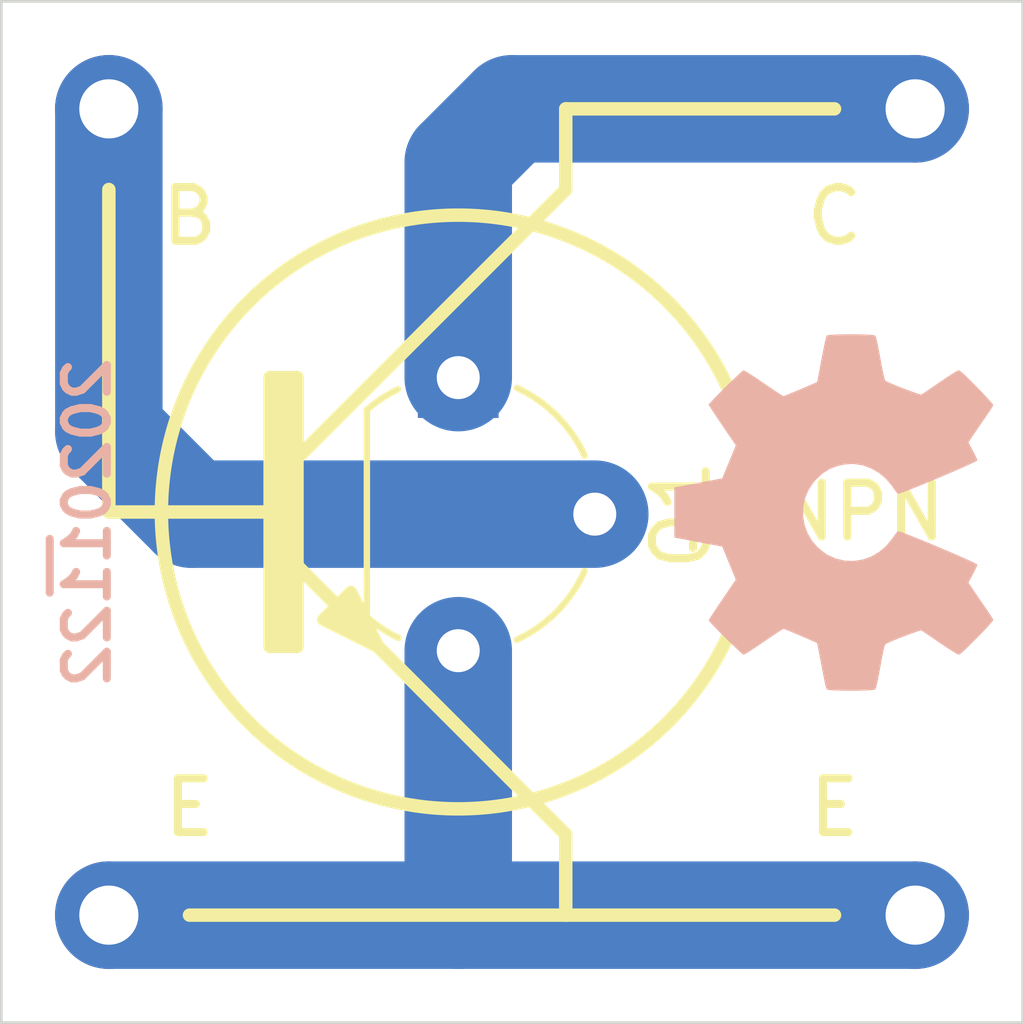
<source format=kicad_pcb>
(kicad_pcb (version 20171130) (host pcbnew 5.1.8-db9833491~87~ubuntu20.04.1)

  (general
    (thickness 1.6)
    (drawings 24)
    (tracks 9)
    (zones 0)
    (modules 7)
    (nets 4)
  )

  (page A4)
  (layers
    (0 F.Cu signal)
    (31 B.Cu signal)
    (32 B.Adhes user)
    (33 F.Adhes user)
    (34 B.Paste user)
    (35 F.Paste user)
    (36 B.SilkS user)
    (37 F.SilkS user)
    (38 B.Mask user)
    (39 F.Mask user)
    (40 Dwgs.User user)
    (41 Cmts.User user)
    (42 Eco1.User user)
    (43 Eco2.User user)
    (44 Edge.Cuts user)
    (45 Margin user)
    (46 B.CrtYd user)
    (47 F.CrtYd user)
    (48 B.Fab user)
    (49 F.Fab user)
  )

  (setup
    (last_trace_width 0.25)
    (user_trace_width 0.2)
    (user_trace_width 0.3)
    (user_trace_width 0.4)
    (user_trace_width 0.6)
    (user_trace_width 0.8)
    (user_trace_width 1)
    (user_trace_width 1.2)
    (user_trace_width 1.4)
    (user_trace_width 1.6)
    (user_trace_width 2)
    (trace_clearance 0.2)
    (zone_clearance 0.508)
    (zone_45_only no)
    (trace_min 0.1524)
    (via_size 0.8)
    (via_drill 0.4)
    (via_min_size 0.381)
    (via_min_drill 0.254)
    (user_via 0.4 0.254)
    (user_via 0.5 0.3)
    (user_via 0.6 0.4)
    (user_via 0.8 0.6)
    (user_via 1.1 0.8)
    (user_via 1.3 1)
    (user_via 1.5 1.2)
    (user_via 1.7 1.4)
    (user_via 1.9 1.6)
    (user_via 2.5 2)
    (uvia_size 0.3)
    (uvia_drill 0.1)
    (uvias_allowed no)
    (uvia_min_size 0.2)
    (uvia_min_drill 0.1)
    (edge_width 0.05)
    (segment_width 0.2)
    (pcb_text_width 0.3)
    (pcb_text_size 1.5 1.5)
    (mod_edge_width 0.25)
    (mod_text_size 0.8 0.8)
    (mod_text_width 0.12)
    (pad_size 1.524 1.524)
    (pad_drill 0.762)
    (pad_to_mask_clearance 0.0762)
    (solder_mask_min_width 0.1016)
    (pad_to_paste_clearance_ratio -0.1)
    (aux_axis_origin 0 0)
    (visible_elements FFFFFF7F)
    (pcbplotparams
      (layerselection 0x010fc_ffffffff)
      (usegerberextensions false)
      (usegerberattributes true)
      (usegerberadvancedattributes true)
      (creategerberjobfile true)
      (excludeedgelayer true)
      (linewidth 0.100000)
      (plotframeref false)
      (viasonmask false)
      (mode 1)
      (useauxorigin false)
      (hpglpennumber 1)
      (hpglpenspeed 20)
      (hpglpendiameter 15.000000)
      (psnegative false)
      (psa4output false)
      (plotreference true)
      (plotvalue true)
      (plotinvisibletext false)
      (padsonsilk false)
      (subtractmaskfromsilk false)
      (outputformat 1)
      (mirror false)
      (drillshape 1)
      (scaleselection 1)
      (outputdirectory ""))
  )

  (net 0 "")
  (net 1 "Net-(J1-Pad1)")
  (net 2 "Net-(J2-Pad1)")
  (net 3 "Net-(J3-Pad1)")

  (net_class Default "This is the default net class."
    (clearance 0.2)
    (trace_width 0.25)
    (via_dia 0.8)
    (via_drill 0.4)
    (uvia_dia 0.3)
    (uvia_drill 0.1)
    (add_net "Net-(J1-Pad1)")
    (add_net "Net-(J2-Pad1)")
    (add_net "Net-(J3-Pad1)")
  )

  (module Package_TO_SOT_THT:TO-92L_Wide (layer F.Cu) (tedit 5A152D5B) (tstamp 5FBA75B2)
    (at 148.5 68 270)
    (descr "TO-92L leads in-line (large body variant of TO-92), also known as TO-226, wide, drill 0.75mm (see https://www.diodes.com/assets/Package-Files/TO92L.pdf and http://www.ti.com/lit/an/snoa059/snoa059.pdf)")
    (tags "TO-92L Molded Wide transistor")
    (path /5FBA760F)
    (fp_text reference Q1 (at 2.55 -4.15 90) (layer F.SilkS)
      (effects (font (size 1 1) (thickness 0.15)))
    )
    (fp_text value Q_NMOS_DGS (at 2.54 2.79 90) (layer F.Fab)
      (effects (font (size 1 1) (thickness 0.15)))
    )
    (fp_arc (start 2.54 0) (end 4.45 1.7) (angle -15.88591585) (layer F.SilkS) (width 0.12))
    (fp_arc (start 2.54 0) (end 2.54 -2.48) (angle -130.2499344) (layer F.Fab) (width 0.1))
    (fp_arc (start 2.54 0) (end 2.54 -2.48) (angle 129.9527847) (layer F.Fab) (width 0.1))
    (fp_arc (start 2.54 0) (end 3.6 -2.35) (angle 40.72153779) (layer F.SilkS) (width 0.12))
    (fp_arc (start 2.54 0) (end 1.45 -2.35) (angle -40.11670855) (layer F.SilkS) (width 0.12))
    (fp_arc (start 2.54 0) (end 0.6 1.7) (angle 15.44288892) (layer F.SilkS) (width 0.12))
    (fp_text user %R (at 2.54 0 90) (layer F.Fab)
      (effects (font (size 1 1) (thickness 0.15)))
    )
    (fp_line (start -1 -3.55) (end -1 1.85) (layer B.CrtYd) (width 0.05))
    (fp_line (start 6.1 -3.55) (end -1 -3.55) (layer B.CrtYd) (width 0.05))
    (fp_line (start 6.1 1.85) (end 6.1 -3.55) (layer B.CrtYd) (width 0.05))
    (fp_line (start -1 1.85) (end 6.1 1.85) (layer B.CrtYd) (width 0.05))
    (fp_line (start 0.6 1.7) (end 4.45 1.7) (layer F.SilkS) (width 0.12))
    (fp_line (start 0.65 1.6) (end 4.4 1.6) (layer F.Fab) (width 0.1))
    (pad 1 thru_hole rect (at 0 0 270) (size 1.5 1.5) (drill 0.8) (layers *.Cu *.Mask)
      (net 3 "Net-(J3-Pad1)"))
    (pad 3 thru_hole circle (at 5.08 0 270) (size 1.5 1.5) (drill 0.8) (layers *.Cu *.Mask)
      (net 2 "Net-(J2-Pad1)"))
    (pad 2 thru_hole circle (at 2.54 -2.54 270) (size 1.5 1.5) (drill 0.8) (layers *.Cu *.Mask)
      (net 1 "Net-(J1-Pad1)"))
    (model ${KISYS3DMOD}/Package_TO_SOT_THT.3dshapes/TO-92L_Wide.wrl
      (at (xyz 0 0 0))
      (scale (xyz 1 1 1))
      (rotate (xyz 0 0 0))
    )
  )

  (module mill-max:PC_pin_nail_head_6092 locked (layer F.Cu) (tedit 5FB583BD) (tstamp 5FB5E4C9)
    (at 157 78)
    (path /5FB5975F)
    (fp_text reference J4 (at -3 0) (layer F.Fab)
      (effects (font (size 1 1) (thickness 0.15)))
    )
    (fp_text value E (at -1.5 -2) (layer F.SilkS)
      (effects (font (size 1 1) (thickness 0.15)))
    )
    (fp_circle (center 0 0) (end 1.3 0) (layer F.CrtYd) (width 0.025))
    (fp_circle (center 0 0) (end 1.3 0) (layer B.CrtYd) (width 0.025))
    (pad 1 thru_hole circle (at 0 0) (size 2 2) (drill 1.1) (layers *.Cu *.Mask)
      (net 2 "Net-(J2-Pad1)"))
  )

  (module mill-max:PC_pin_nail_head_6092 locked (layer F.Cu) (tedit 5FB583BD) (tstamp 5FB5E4C2)
    (at 157 63)
    (path /5FB592C5)
    (fp_text reference J3 (at -3 0) (layer F.Fab)
      (effects (font (size 1 1) (thickness 0.15)))
    )
    (fp_text value C (at -1.5 2) (layer F.SilkS)
      (effects (font (size 1 1) (thickness 0.15)))
    )
    (fp_circle (center 0 0) (end 1.3 0) (layer F.CrtYd) (width 0.025))
    (fp_circle (center 0 0) (end 1.3 0) (layer B.CrtYd) (width 0.025))
    (pad 1 thru_hole circle (at 0 0) (size 2 2) (drill 1.1) (layers *.Cu *.Mask)
      (net 3 "Net-(J3-Pad1)"))
  )

  (module mill-max:PC_pin_nail_head_6092 locked (layer F.Cu) (tedit 5FB583BD) (tstamp 5FB5E4BB)
    (at 142 78)
    (path /5FB58352)
    (fp_text reference J2 (at 3 0) (layer F.Fab)
      (effects (font (size 1 1) (thickness 0.15)))
    )
    (fp_text value E (at 1.5 -2) (layer F.SilkS)
      (effects (font (size 1 1) (thickness 0.15)))
    )
    (fp_circle (center 0 0) (end 1.3 0) (layer F.CrtYd) (width 0.025))
    (fp_circle (center 0 0) (end 1.3 0) (layer B.CrtYd) (width 0.025))
    (pad 1 thru_hole circle (at 0 0) (size 2 2) (drill 1.1) (layers *.Cu *.Mask)
      (net 2 "Net-(J2-Pad1)"))
  )

  (module mill-max:PC_pin_nail_head_6092 locked (layer F.Cu) (tedit 5FB583BD) (tstamp 5FB5E4B4)
    (at 142 63)
    (path /5FB58B49)
    (fp_text reference J1 (at 3 0) (layer F.Fab)
      (effects (font (size 1 1) (thickness 0.15)))
    )
    (fp_text value B (at 1.5 2) (layer F.SilkS)
      (effects (font (size 1 1) (thickness 0.15)))
    )
    (fp_circle (center 0 0) (end 1.3 0) (layer F.CrtYd) (width 0.025))
    (fp_circle (center 0 0) (end 1.3 0) (layer B.CrtYd) (width 0.025))
    (pad 1 thru_hole circle (at 0 0) (size 2 2) (drill 1.1) (layers *.Cu *.Mask)
      (net 1 "Net-(J1-Pad1)"))
  )

  (module Symbol:OSHW-Symbol_6.7x6mm_SilkScreen (layer B.Cu) (tedit 0) (tstamp 5EE12086)
    (at 155.5 70.5 270)
    (descr "Open Source Hardware Symbol")
    (tags "Logo Symbol OSHW")
    (path /5EE13678)
    (attr virtual)
    (fp_text reference N2 (at 0 0 90) (layer B.SilkS) hide
      (effects (font (size 1 1) (thickness 0.15)) (justify mirror))
    )
    (fp_text value OHWLOGO (at 0.75 0 90) (layer B.Fab) hide
      (effects (font (size 1 1) (thickness 0.15)) (justify mirror))
    )
    (fp_poly (pts (xy 0.555814 2.531069) (xy 0.639635 2.086445) (xy 0.94892 1.958947) (xy 1.258206 1.831449)
      (xy 1.629246 2.083754) (xy 1.733157 2.154004) (xy 1.827087 2.216728) (xy 1.906652 2.269062)
      (xy 1.96747 2.308143) (xy 2.005157 2.331107) (xy 2.015421 2.336058) (xy 2.03391 2.323324)
      (xy 2.07342 2.288118) (xy 2.129522 2.234938) (xy 2.197787 2.168282) (xy 2.273786 2.092646)
      (xy 2.353092 2.012528) (xy 2.431275 1.932426) (xy 2.503907 1.856836) (xy 2.566559 1.790255)
      (xy 2.614803 1.737182) (xy 2.64421 1.702113) (xy 2.651241 1.690377) (xy 2.641123 1.66874)
      (xy 2.612759 1.621338) (xy 2.569129 1.552807) (xy 2.513218 1.467785) (xy 2.448006 1.370907)
      (xy 2.410219 1.31565) (xy 2.341343 1.214752) (xy 2.28014 1.123701) (xy 2.229578 1.04703)
      (xy 2.192628 0.989272) (xy 2.172258 0.954957) (xy 2.169197 0.947746) (xy 2.176136 0.927252)
      (xy 2.195051 0.879487) (xy 2.223087 0.811168) (xy 2.257391 0.729011) (xy 2.295109 0.63973)
      (xy 2.333387 0.550042) (xy 2.36937 0.466662) (xy 2.400206 0.396306) (xy 2.423039 0.34569)
      (xy 2.435017 0.321529) (xy 2.435724 0.320578) (xy 2.454531 0.315964) (xy 2.504618 0.305672)
      (xy 2.580793 0.290713) (xy 2.677865 0.272099) (xy 2.790643 0.250841) (xy 2.856442 0.238582)
      (xy 2.97695 0.215638) (xy 3.085797 0.193805) (xy 3.177476 0.174278) (xy 3.246481 0.158252)
      (xy 3.287304 0.146921) (xy 3.295511 0.143326) (xy 3.303548 0.118994) (xy 3.310033 0.064041)
      (xy 3.31497 -0.015108) (xy 3.318364 -0.112026) (xy 3.320218 -0.220287) (xy 3.320538 -0.333465)
      (xy 3.319327 -0.445135) (xy 3.31659 -0.548868) (xy 3.312331 -0.638241) (xy 3.306555 -0.706826)
      (xy 3.299267 -0.748197) (xy 3.294895 -0.75681) (xy 3.268764 -0.767133) (xy 3.213393 -0.781892)
      (xy 3.136107 -0.799352) (xy 3.04423 -0.81778) (xy 3.012158 -0.823741) (xy 2.857524 -0.852066)
      (xy 2.735375 -0.874876) (xy 2.641673 -0.89308) (xy 2.572384 -0.907583) (xy 2.523471 -0.919292)
      (xy 2.490897 -0.929115) (xy 2.470628 -0.937956) (xy 2.458626 -0.946724) (xy 2.456947 -0.948457)
      (xy 2.440184 -0.976371) (xy 2.414614 -1.030695) (xy 2.382788 -1.104777) (xy 2.34726 -1.191965)
      (xy 2.310583 -1.285608) (xy 2.275311 -1.379052) (xy 2.243996 -1.465647) (xy 2.219193 -1.53874)
      (xy 2.203454 -1.591678) (xy 2.199332 -1.617811) (xy 2.199676 -1.618726) (xy 2.213641 -1.640086)
      (xy 2.245322 -1.687084) (xy 2.291391 -1.754827) (xy 2.348518 -1.838423) (xy 2.413373 -1.932982)
      (xy 2.431843 -1.959854) (xy 2.497699 -2.057275) (xy 2.55565 -2.146163) (xy 2.602538 -2.221412)
      (xy 2.635207 -2.27792) (xy 2.6505 -2.310581) (xy 2.651241 -2.314593) (xy 2.638392 -2.335684)
      (xy 2.602888 -2.377464) (xy 2.549293 -2.435445) (xy 2.482171 -2.505135) (xy 2.406087 -2.582045)
      (xy 2.325604 -2.661683) (xy 2.245287 -2.739561) (xy 2.169699 -2.811186) (xy 2.103405 -2.87207)
      (xy 2.050969 -2.917721) (xy 2.016955 -2.94365) (xy 2.007545 -2.947883) (xy 1.985643 -2.937912)
      (xy 1.9408 -2.91102) (xy 1.880321 -2.871736) (xy 1.833789 -2.840117) (xy 1.749475 -2.782098)
      (xy 1.649626 -2.713784) (xy 1.549473 -2.645579) (xy 1.495627 -2.609075) (xy 1.313371 -2.4858)
      (xy 1.160381 -2.56852) (xy 1.090682 -2.604759) (xy 1.031414 -2.632926) (xy 0.991311 -2.648991)
      (xy 0.981103 -2.651226) (xy 0.968829 -2.634722) (xy 0.944613 -2.588082) (xy 0.910263 -2.515609)
      (xy 0.867588 -2.421606) (xy 0.818394 -2.310374) (xy 0.76449 -2.186215) (xy 0.707684 -2.053432)
      (xy 0.649782 -1.916327) (xy 0.592593 -1.779202) (xy 0.537924 -1.646358) (xy 0.487584 -1.522098)
      (xy 0.44338 -1.410725) (xy 0.407119 -1.316539) (xy 0.380609 -1.243844) (xy 0.365658 -1.196941)
      (xy 0.363254 -1.180833) (xy 0.382311 -1.160286) (xy 0.424036 -1.126933) (xy 0.479706 -1.087702)
      (xy 0.484378 -1.084599) (xy 0.628264 -0.969423) (xy 0.744283 -0.835053) (xy 0.83143 -0.685784)
      (xy 0.888699 -0.525913) (xy 0.915086 -0.359737) (xy 0.909585 -0.191552) (xy 0.87119 -0.025655)
      (xy 0.798895 0.133658) (xy 0.777626 0.168513) (xy 0.666996 0.309263) (xy 0.536302 0.422286)
      (xy 0.390064 0.506997) (xy 0.232808 0.562806) (xy 0.069057 0.589126) (xy -0.096667 0.58537)
      (xy -0.259838 0.55095) (xy -0.415935 0.485277) (xy -0.560433 0.387765) (xy -0.605131 0.348187)
      (xy -0.718888 0.224297) (xy -0.801782 0.093876) (xy -0.858644 -0.052315) (xy -0.890313 -0.197088)
      (xy -0.898131 -0.35986) (xy -0.872062 -0.52344) (xy -0.814755 -0.682298) (xy -0.728856 -0.830906)
      (xy -0.617014 -0.963735) (xy -0.481877 -1.075256) (xy -0.464117 -1.087011) (xy -0.40785 -1.125508)
      (xy -0.365077 -1.158863) (xy -0.344628 -1.18016) (xy -0.344331 -1.180833) (xy -0.348721 -1.203871)
      (xy -0.366124 -1.256157) (xy -0.394732 -1.33339) (xy -0.432735 -1.431268) (xy -0.478326 -1.545491)
      (xy -0.529697 -1.671758) (xy -0.585038 -1.805767) (xy -0.642542 -1.943218) (xy -0.700399 -2.079808)
      (xy -0.756802 -2.211237) (xy -0.809942 -2.333205) (xy -0.85801 -2.441409) (xy -0.899199 -2.531549)
      (xy -0.931699 -2.599323) (xy -0.953703 -2.64043) (xy -0.962564 -2.651226) (xy -0.98964 -2.642819)
      (xy -1.040303 -2.620272) (xy -1.105817 -2.587613) (xy -1.141841 -2.56852) (xy -1.294832 -2.4858)
      (xy -1.477088 -2.609075) (xy -1.570125 -2.672228) (xy -1.671985 -2.741727) (xy -1.767438 -2.807165)
      (xy -1.81525 -2.840117) (xy -1.882495 -2.885273) (xy -1.939436 -2.921057) (xy -1.978646 -2.942938)
      (xy -1.991381 -2.947563) (xy -2.009917 -2.935085) (xy -2.050941 -2.900252) (xy -2.110475 -2.846678)
      (xy -2.184542 -2.777983) (xy -2.269165 -2.697781) (xy -2.322685 -2.646286) (xy -2.416319 -2.554286)
      (xy -2.497241 -2.471999) (xy -2.562177 -2.402945) (xy -2.607858 -2.350644) (xy -2.631011 -2.318616)
      (xy -2.633232 -2.312116) (xy -2.622924 -2.287394) (xy -2.594439 -2.237405) (xy -2.550937 -2.167212)
      (xy -2.495577 -2.081875) (xy -2.43152 -1.986456) (xy -2.413303 -1.959854) (xy -2.346927 -1.863167)
      (xy -2.287378 -1.776117) (xy -2.237984 -1.703595) (xy -2.202075 -1.650493) (xy -2.182981 -1.621703)
      (xy -2.181136 -1.618726) (xy -2.183895 -1.595782) (xy -2.198538 -1.545336) (xy -2.222513 -1.474041)
      (xy -2.253266 -1.388547) (xy -2.288244 -1.295507) (xy -2.324893 -1.201574) (xy -2.360661 -1.113399)
      (xy -2.392994 -1.037634) (xy -2.419338 -0.980931) (xy -2.437142 -0.949943) (xy -2.438407 -0.948457)
      (xy -2.449294 -0.939601) (xy -2.467682 -0.930843) (xy -2.497606 -0.921277) (xy -2.543103 -0.909996)
      (xy -2.608209 -0.896093) (xy -2.696961 -0.878663) (xy -2.813393 -0.856798) (xy -2.961542 -0.829591)
      (xy -2.993618 -0.823741) (xy -3.088686 -0.805374) (xy -3.171565 -0.787405) (xy -3.23493 -0.771569)
      (xy -3.271458 -0.7596) (xy -3.276356 -0.75681) (xy -3.284427 -0.732072) (xy -3.290987 -0.67679)
      (xy -3.296033 -0.597389) (xy -3.299559 -0.500296) (xy -3.301561 -0.391938) (xy -3.302036 -0.27874)
      (xy -3.300977 -0.167128) (xy -3.298382 -0.063529) (xy -3.294246 0.025632) (xy -3.288563 0.093928)
      (xy -3.281331 0.134934) (xy -3.276971 0.143326) (xy -3.252698 0.151792) (xy -3.197426 0.165565)
      (xy -3.116662 0.18345) (xy -3.015912 0.204252) (xy -2.900683 0.226777) (xy -2.837902 0.238582)
      (xy -2.718787 0.260849) (xy -2.612565 0.281021) (xy -2.524427 0.298085) (xy -2.459566 0.311031)
      (xy -2.423174 0.318845) (xy -2.417184 0.320578) (xy -2.407061 0.34011) (xy -2.385662 0.387157)
      (xy -2.355839 0.454997) (xy -2.320445 0.536909) (xy -2.282332 0.626172) (xy -2.244353 0.716065)
      (xy -2.20936 0.799865) (xy -2.180206 0.870853) (xy -2.159743 0.922306) (xy -2.150823 0.947503)
      (xy -2.150657 0.948604) (xy -2.160769 0.968481) (xy -2.189117 1.014223) (xy -2.232723 1.081283)
      (xy -2.288606 1.165116) (xy -2.353787 1.261174) (xy -2.391679 1.31635) (xy -2.460725 1.417519)
      (xy -2.52205 1.50937) (xy -2.572663 1.587256) (xy -2.609571 1.646531) (xy -2.629782 1.682549)
      (xy -2.632701 1.690623) (xy -2.620153 1.709416) (xy -2.585463 1.749543) (xy -2.533063 1.806507)
      (xy -2.467384 1.875815) (xy -2.392856 1.952969) (xy -2.313913 2.033475) (xy -2.234983 2.112837)
      (xy -2.1605 2.18656) (xy -2.094894 2.250148) (xy -2.042596 2.299106) (xy -2.008039 2.328939)
      (xy -1.996478 2.336058) (xy -1.977654 2.326047) (xy -1.932631 2.297922) (xy -1.865787 2.254546)
      (xy -1.781499 2.198782) (xy -1.684144 2.133494) (xy -1.610707 2.083754) (xy -1.239667 1.831449)
      (xy -0.621095 2.086445) (xy -0.537275 2.531069) (xy -0.453454 2.975693) (xy 0.471994 2.975693)
      (xy 0.555814 2.531069)) (layer B.SilkS) (width 0.01))
  )

  (module SquantorLabels:Label_Generic (layer B.Cu) (tedit 5D8A7D4C) (tstamp 5EE12051)
    (at 141.5 71.5 90)
    (descr "Label for general purpose use")
    (tags Label)
    (path /5EE12BF3)
    (attr smd)
    (fp_text reference N1 (at 0 -1.85 90) (layer B.Fab) hide
      (effects (font (size 1 1) (thickness 0.15)) (justify mirror))
    )
    (fp_text value 20201122 (at 0.8 0.1 90) (layer B.SilkS)
      (effects (font (size 0.8 0.8) (thickness 0.15)) (justify mirror))
    )
    (fp_line (start -0.5 -0.6) (end 0.5 -0.6) (layer B.SilkS) (width 0.15))
  )

  (gr_poly (pts (xy 147 73) (xy 146 72.5) (xy 146.5 72)) (layer F.SilkS) (width 0.1))
  (gr_poly (pts (xy 145.5 73) (xy 145 73) (xy 145 68) (xy 145.5 68)) (layer F.SilkS) (width 0.1))
  (gr_line (start 146 72.5) (end 147 73) (layer F.SilkS) (width 0.25) (tstamp 5FB592BB))
  (gr_line (start 146.5 72) (end 146 72.5) (layer F.SilkS) (width 0.25))
  (gr_line (start 147 73) (end 146.5 72) (layer F.SilkS) (width 0.25))
  (gr_line (start 150.5 63) (end 155.5 63) (layer F.SilkS) (width 0.25))
  (gr_line (start 150.5 64.5) (end 150.5 63) (layer F.SilkS) (width 0.25))
  (gr_line (start 145 70) (end 150.5 64.5) (layer F.SilkS) (width 0.25))
  (gr_line (start 150.5 76.5) (end 145 71) (layer F.SilkS) (width 0.25))
  (gr_line (start 150.5 78) (end 150.5 76.5) (layer F.SilkS) (width 0.25))
  (gr_line (start 145 73) (end 145 70.5) (layer F.SilkS) (width 0.25) (tstamp 5FB592BA))
  (gr_line (start 145.5 73) (end 145 73) (layer F.SilkS) (width 0.25))
  (gr_line (start 145.5 68) (end 145.5 73) (layer F.SilkS) (width 0.25))
  (gr_line (start 145 68) (end 145.5 68) (layer F.SilkS) (width 0.25))
  (gr_line (start 145 70.5) (end 145 68) (layer F.SilkS) (width 0.25))
  (gr_line (start 142 70.5) (end 145 70.5) (layer F.SilkS) (width 0.25))
  (gr_line (start 142 64.5) (end 142 70.5) (layer F.SilkS) (width 0.25))
  (gr_text NPN (at 156 70.5) (layer F.SilkS)
    (effects (font (size 1 1) (thickness 0.15)))
  )
  (gr_circle (center 148.5 70.5) (end 154 71) (layer F.SilkS) (width 0.25))
  (gr_line (start 143.5 78) (end 155.5 78) (layer F.SilkS) (width 0.25))
  (gr_line (start 159 61) (end 140 61) (layer Edge.Cuts) (width 0.05) (tstamp 5FB5E506))
  (gr_line (start 159 61) (end 159 80) (layer Edge.Cuts) (width 0.05) (tstamp 5FB5E4FA))
  (gr_line (start 140 80) (end 159 80) (layer Edge.Cuts) (width 0.05) (tstamp 5FB5E4F5))
  (gr_line (start 140 80) (end 140 61) (layer Edge.Cuts) (width 0.05))

  (segment (start 151.04 70.54) (end 143.54 70.54) (width 2) (layer B.Cu) (net 1))
  (segment (start 142 69) (end 142 63) (width 2) (layer B.Cu) (net 1))
  (segment (start 143.54 70.54) (end 142 69) (width 2) (layer B.Cu) (net 1))
  (segment (start 148.5 73.08) (end 148.5 78) (width 2) (layer B.Cu) (net 2))
  (segment (start 148.5 78) (end 157 78) (width 2) (layer B.Cu) (net 2))
  (segment (start 142 78) (end 148.5 78) (width 2) (layer B.Cu) (net 2))
  (segment (start 148.5 68) (end 148.5 64) (width 2) (layer B.Cu) (net 3))
  (segment (start 149.5 63) (end 157 63) (width 2) (layer B.Cu) (net 3))
  (segment (start 148.5 64) (end 149.5 63) (width 2) (layer B.Cu) (net 3))

)

</source>
